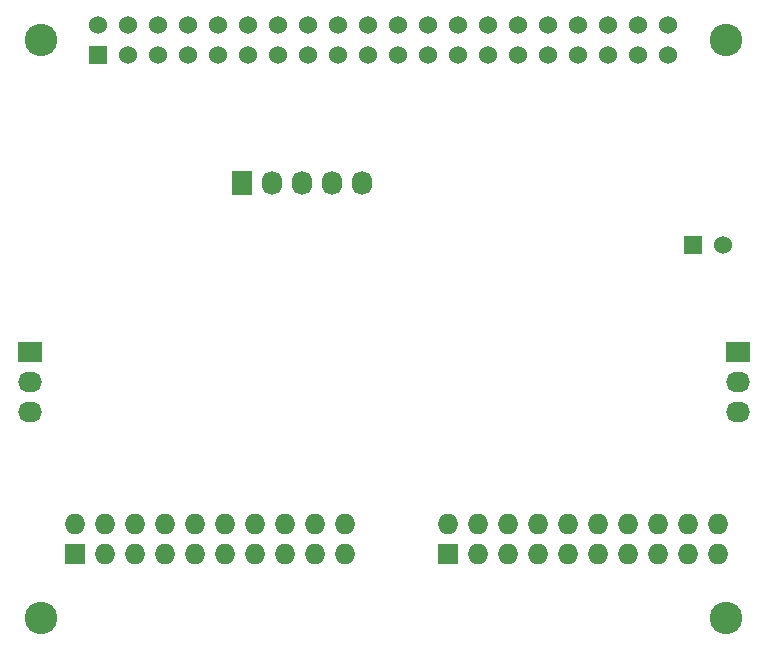
<source format=gbs>
G04 #@! TF.FileFunction,Soldermask,Bot*
%FSLAX46Y46*%
G04 Gerber Fmt 4.6, Leading zero omitted, Abs format (unit mm)*
G04 Created by KiCad (PCBNEW (after 2015-mar-04 BZR unknown)-product) date 11/18/2015 8:57:22 PM*
%MOMM*%
G01*
G04 APERTURE LIST*
%ADD10C,0.150000*%
%ADD11R,1.524000X1.524000*%
%ADD12C,1.524000*%
%ADD13C,2.750000*%
%ADD14R,1.727200X2.032000*%
%ADD15O,1.727200X2.032000*%
%ADD16R,2.032000X1.727200*%
%ADD17O,2.032000X1.727200*%
%ADD18R,1.727200X1.727200*%
%ADD19O,1.727200X1.727200*%
G04 APERTURE END LIST*
D10*
D11*
X123370000Y-64770000D03*
D12*
X123370000Y-62230000D03*
X136070000Y-64770000D03*
X125910000Y-62230000D03*
X138610000Y-64770000D03*
X128450000Y-62230000D03*
X141150000Y-64770000D03*
X130990000Y-62230000D03*
X143690000Y-64770000D03*
X133530000Y-62230000D03*
X146230000Y-64770000D03*
X136070000Y-62230000D03*
X148770000Y-64770000D03*
X138610000Y-62230000D03*
X151310000Y-64770000D03*
X141150000Y-62230000D03*
X153850000Y-64770000D03*
X143690000Y-62230000D03*
X156390000Y-64770000D03*
X146230000Y-62230000D03*
X158930000Y-64770000D03*
X148770000Y-62230000D03*
X161470000Y-64770000D03*
X151310000Y-62230000D03*
X153850000Y-62230000D03*
X164010000Y-64770000D03*
X156390000Y-62230000D03*
X161470000Y-62230000D03*
X164010000Y-62230000D03*
X166550000Y-62230000D03*
X169090000Y-62230000D03*
X166550000Y-64770000D03*
X169090000Y-64770000D03*
X125910000Y-64770000D03*
X128450000Y-64770000D03*
X130990000Y-64770000D03*
X133530000Y-64770000D03*
X171630000Y-64770000D03*
X171630000Y-62230000D03*
X158930000Y-62230000D03*
D13*
X176500000Y-112500000D03*
X118500000Y-112500000D03*
X176500000Y-63500000D03*
X118500000Y-63500000D03*
D11*
X173672500Y-80899000D03*
D12*
X176212500Y-80899000D03*
D14*
X135509000Y-75615800D03*
D15*
X138049000Y-75615800D03*
X140589000Y-75615800D03*
X143129000Y-75615800D03*
X145669000Y-75615800D03*
D16*
X177546000Y-89916000D03*
D17*
X177546000Y-92456000D03*
X177546000Y-94996000D03*
D16*
X117602000Y-89916000D03*
D17*
X117602000Y-92456000D03*
X117602000Y-94996000D03*
D18*
X121361200Y-107035600D03*
D19*
X121361200Y-104495600D03*
X123901200Y-107035600D03*
X123901200Y-104495600D03*
X126441200Y-107035600D03*
X126441200Y-104495600D03*
X128981200Y-107035600D03*
X128981200Y-104495600D03*
X131521200Y-107035600D03*
X131521200Y-104495600D03*
X134061200Y-107035600D03*
X134061200Y-104495600D03*
X136601200Y-107035600D03*
X136601200Y-104495600D03*
X139141200Y-107035600D03*
X139141200Y-104495600D03*
X141681200Y-107035600D03*
X141681200Y-104495600D03*
X144221200Y-107035600D03*
X144221200Y-104495600D03*
D18*
X152958800Y-107035600D03*
D19*
X152958800Y-104495600D03*
X155498800Y-107035600D03*
X155498800Y-104495600D03*
X158038800Y-107035600D03*
X158038800Y-104495600D03*
X160578800Y-107035600D03*
X160578800Y-104495600D03*
X163118800Y-107035600D03*
X163118800Y-104495600D03*
X165658800Y-107035600D03*
X165658800Y-104495600D03*
X168198800Y-107035600D03*
X168198800Y-104495600D03*
X170738800Y-107035600D03*
X170738800Y-104495600D03*
X173278800Y-107035600D03*
X173278800Y-104495600D03*
X175818800Y-107035600D03*
X175818800Y-104495600D03*
M02*

</source>
